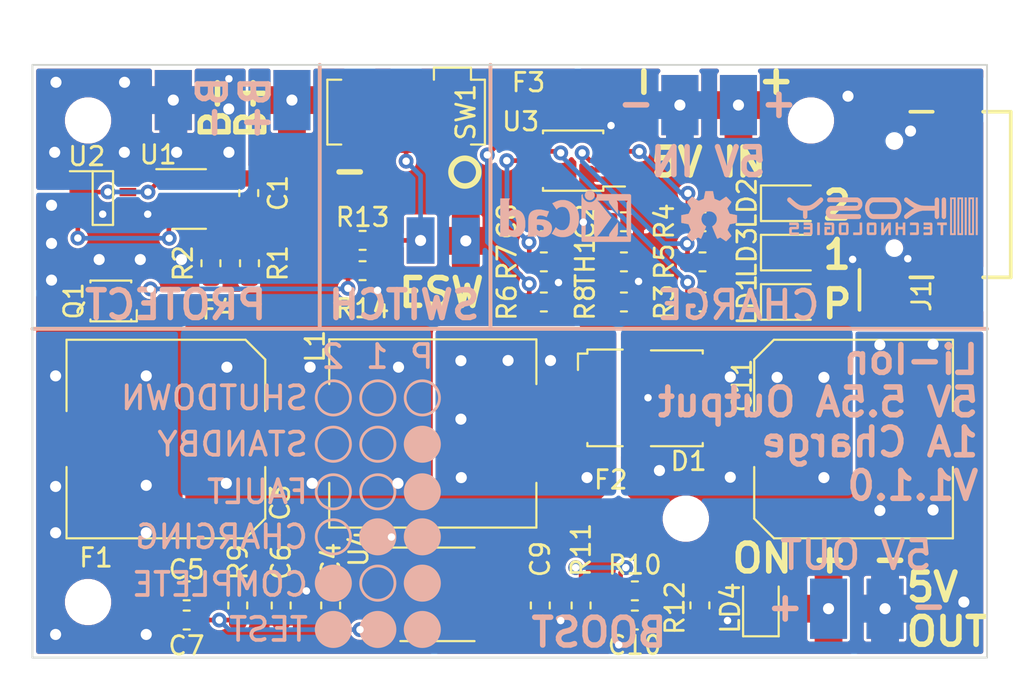
<source format=kicad_pcb>
(kicad_pcb (version 20171130) (host pcbnew "(5.1.9)-1")
  (layers (0 F.Cu signal) (31 B.Cu signal hide) (34 B.Paste user hide) (35 F.Paste user) (36 B.SilkS user hide) (37 F.SilkS user) (38 B.Mask user hide) (39 F.Mask user) (44 Edge.Cuts user))
  (net 0 "")
  (net 1 /BATT-)
  (net 2 /BATT+)
  (net 3 /VUSB)
  (net 4 GND)
  (net 5 "Net-(C5-Pad1)")
  (net 6 "Net-(LD1-Pad1)")
  (net 7 "Net-(LD2-Pad1)")
  (net 8 "Net-(LD3-Pad1)")
  (net 9 "Net-(LD4-Pad2)")
  (net 10 /BGND)
  (net 11 "Net-(Q1-Pad3)")
  (net 12 "Net-(SW1-Pad1)")
  (net 13 /Protection/PVDD)
  (net 14 "Net-(J1-PadS1)")
  (net 15 "Net-(J1-PadA7)")
  (net 16 "Net-(J1-PadA6)")
  (net 17 "Net-(J1-PadB6)")
  (net 18 "Net-(J1-PadB7)")
  (net 19 "Net-(J1-PadA8)")
  (net 20 "Net-(J1-PadA5)")
  (net 21 "Net-(J1-PadB5)")
  (net 22 "Net-(J1-PadB8)")
  (net 23 /Protection/PVM)
  (net 24 /Protection/PG1)
  (net 25 /Protection/PG2)
  (net 26 "Net-(U1-Pad4)")
  (net 27 "Net-(U2-Pad8)")
  (net 28 "Net-(U2-Pad7)")
  (net 29 "Net-(U2-Pad6)")
  (net 30 "Net-(U2-Pad5)")
  (net 31 "Net-(J1-PadS4)")
  (net 32 "Net-(J1-PadS3)")
  (net 33 "Net-(J1-PadS2)")
  (net 34 /Charge/PG)
  (net 35 /Charge/ST2)
  (net 36 /Charge/ST1)
  (net 37 /Charge/PROG)
  (net 38 /Charge/THRMIC)
  (net 39 /Charge/THRM)
  (net 40 /Boost/COMP)
  (net 41 /Boost/SS)
  (net 42 /Boost/BOOSTVOUT)
  (net 43 /Boost/SW)
  (net 44 /Boost/FB)
  (net 45 /Switch/SWOUT)
  (module Li_Ion_LE:NTS12120EMFST1G (layer F.Cu) (at 133 86)
    (fp_text reference D1 (at 2.4 3.4 180) (layer F.SilkS))
    (fp_text value "120V 12A")
    (pad 5A smd rect (at -0.405 2.5275) (size 0.905 0.495) (layers F.Cu F.Paste F.Mask) (net 42 /Boost/BOOSTVOUT))
    (pad 5D smd rect (at -0.405 -2.5275) (size 0.905 0.495) (layers F.Cu F.Paste F.Mask) (net 42 /Boost/BOOSTVOUT))
    (pad 5B smd rect (at 3.01 1.905) (size 0.475 0.75) (layers F.Cu F.Paste F.Mask) (net 42 /Boost/BOOSTVOUT))
    (pad 5C smd rect (at 3.01 -1.905) (size 0.475 0.75) (layers F.Cu F.Paste F.Mask) (net 42 /Boost/BOOSTVOUT))
    (pad 5 smd rect (at 0.745 0) (size 3.5 4) (layers F.Cu F.Paste F.Mask) (net 42 /Boost/BOOSTVOUT))
    (pad 1 smd rect (at -2.7475 -1.905) (size 1 0.75) (layers F.Cu F.Paste F.Mask) (net 43 /Boost/SW))
    (pad 2 smd rect (at -2.7475 -0.635) (size 1 0.75) (layers F.Cu F.Paste F.Mask) (net 43 /Boost/SW))
    (pad 3 smd rect (at -2.7475 0.635) (size 1 0.75) (layers F.Cu F.Paste F.Mask) (net 43 /Boost/SW))
    (pad 4 smd rect (at -2.7475 1.905) (size 1 0.75) (layers F.Cu F.Paste F.Mask))
  )
  (module Button_Switch_LE:CL-SB-22A_Edge (layer F.Cu) (at 120.16 70.55 270)
    (fp_text reference SW1 (at 0 -3.22 270) (layer F.SilkS))
    (fp_text value SW_DPST)
    (pad 4 smd rect (at 1.4 -2.5 180) (size 1.2 1.6) (layers F.Cu F.Paste F.Mask) (net 12 "Net-(SW1-Pad1)"))
    (pad 5 smd rect (at 1.4 0 180) (size 1.2 1.6) (layers F.Cu F.Paste F.Mask) (net 45 /Switch/SWOUT))
    (pad 6 smd rect (at 1.4 2.5 180) (size 1.2 1.6) (layers F.Cu F.Paste F.Mask) (net 2 /BATT+))
    (pad 1 smd rect (at -1.4 -2.5 180) (size 1.2 1.6) (layers F.Cu F.Paste F.Mask) (net 12 "Net-(SW1-Pad1)"))
    (pad 2 smd rect (at -1.4 0 180) (size 1.2 1.6) (layers F.Cu F.Paste F.Mask) (net 45 /Switch/SWOUT))
    (pad 3 smd rect (at -1.4 2.5 180) (size 1.2 1.6) (layers F.Cu F.Paste F.Mask) (net 2 /BATT+))
  )
  (module Connector_LE:GCT_USB4110-GF-A (layer F.Cu) (at 148.94 75 90)
    (fp_text reference J1 (at -5.47 -0.97 90) (layer F.SilkS))
    (fp_text value USB_C_FEMALE)
    (pad "" np_thru_hole circle (at 2.89 -2.44 90) (size 0.65 0.65) (drill 0.65) (layers *.Cu *.Mask) (clearance 0.1524))
    (pad "" np_thru_hole circle (at -2.89 -2.44 90) (size 0.65 0.65) (drill 0.65) (layers *.Cu *.Mask) (clearance 0.1524))
    (pad S4 smd rect (at 5.11 0.99 90) (size 2.18 2) (layers F.Cu F.Paste F.Mask) (net 31 "Net-(J1-PadS4)"))
    (pad S3 smd rect (at -5.11 0.99 90) (size 2.18 2) (layers F.Cu F.Paste F.Mask) (net 32 "Net-(J1-PadS3)"))
    (pad S2 smd rect (at 5.11 -2.94 90) (size 2.18 2) (layers F.Cu F.Paste F.Mask) (net 33 "Net-(J1-PadS2)"))
    (pad S1 smd rect (at -5.11 -2.94 90) (size 2.18 2) (layers F.Cu F.Paste F.Mask) (net 14 "Net-(J1-PadS1)"))
    (pad A7 smd rect (at 0.25 -3.515 90) (size 0.3 1.15) (layers F.Cu F.Paste F.Mask) (net 15 "Net-(J1-PadA7)"))
    (pad A6 smd rect (at -0.25 -3.515 90) (size 0.3 1.15) (layers F.Cu F.Paste F.Mask) (net 16 "Net-(J1-PadA6)"))
    (pad B6 smd rect (at 0.75 -3.515 90) (size 0.3 1.15) (layers F.Cu F.Paste F.Mask) (net 17 "Net-(J1-PadB6)"))
    (pad B7 smd rect (at -0.75 -3.515 90) (size 0.3 1.15) (layers F.Cu F.Paste F.Mask) (net 18 "Net-(J1-PadB7)"))
    (pad A8 smd rect (at 1.25 -3.515 90) (size 0.3 1.15) (layers F.Cu F.Paste F.Mask) (net 19 "Net-(J1-PadA8)"))
    (pad A5 smd rect (at -1.25 -3.515 90) (size 0.3 1.15) (layers F.Cu F.Paste F.Mask) (net 20 "Net-(J1-PadA5)"))
    (pad B5 smd rect (at 1.75 -3.515 90) (size 0.3 1.15) (layers F.Cu F.Paste F.Mask) (net 21 "Net-(J1-PadB5)"))
    (pad B8 smd rect (at -1.75 -3.515 90) (size 0.3 1.15) (layers F.Cu F.Paste F.Mask) (net 22 "Net-(J1-PadB8)"))
    (pad B1/A12 smd rect (at 3.2 -3.515 90) (size 0.6 1.15) (layers F.Cu F.Paste F.Mask) (net 4 GND) (clearance 0.1524))
    (pad B4/A9 smd rect (at 2.4 -3.515 90) (size 0.6 1.15) (layers F.Cu F.Paste F.Mask) (net 3 /VUSB))
    (pad A4/B9 smd rect (at -2.4 -3.515 90) (size 0.6 1.15) (layers F.Cu F.Paste F.Mask) (net 3 /VUSB))
    (pad A1/B12 smd rect (at -3.2 -3.515 90) (size 0.6 1.15) (layers F.Cu F.Paste F.Mask) (net 4 GND) (clearance 0.1524))
  )
  (module Li_Ion_LE:SOT65P280X95-8N (layer F.Cu) (at 103.8 75.19)
    (fp_text reference U2 (at -0.87 -2.25) (layer F.SilkS))
    (fp_text value ECH8695R-TL-W hide)
    (pad 8 smd rect (at 1.35 -0.975 90) (size 0.45 0.9) (layers F.Cu F.Paste F.Mask) (net 27 "Net-(U2-Pad8)"))
    (pad 7 smd rect (at 1.35 -0.325 90) (size 0.45 0.9) (layers F.Cu F.Paste F.Mask) (net 28 "Net-(U2-Pad7)"))
    (pad 6 smd rect (at 1.35 0.325 90) (size 0.45 0.9) (layers F.Cu F.Paste F.Mask) (net 29 "Net-(U2-Pad6)"))
    (pad 5 smd rect (at 1.35 0.975 90) (size 0.45 0.9) (layers F.Cu F.Paste F.Mask) (net 30 "Net-(U2-Pad5)"))
    (pad 4 smd rect (at -1.35 0.975 90) (size 0.45 0.9) (layers F.Cu F.Paste F.Mask) (net 25 /Protection/PG2))
    (pad 3 smd rect (at -1.35 0.325 90) (size 0.45 0.9) (layers F.Cu F.Paste F.Mask) (net 4 GND))
    (pad 2 smd rect (at -1.35 -0.325 90) (size 0.45 0.9) (layers F.Cu F.Paste F.Mask) (net 24 /Protection/PG1))
    (pad 1 smd rect (at -1.35 -0.975 90) (size 0.45 0.9) (layers F.Cu F.Paste F.Mask) (net 1 /BATT-))
  )
  (module Li_Ion_LE:SOT-23-6 (layer F.Cu) (at 108.46 75.24)
    (fp_text reference U1 (at -1.68 -2.39) (layer F.SilkS))
    (fp_text value AP9101CK6)
    (pad 1 smd rect (at -1.1 -0.95) (size 1.06 0.65) (layers F.Cu F.Paste F.Mask) (net 24 /Protection/PG1))
    (pad 2 smd rect (at -1.1 0) (size 1.06 0.65) (layers F.Cu F.Paste F.Mask) (net 23 /Protection/PVM))
    (pad 3 smd rect (at -1.1 0.95) (size 1.06 0.65) (layers F.Cu F.Paste F.Mask) (net 25 /Protection/PG2))
    (pad 4 smd rect (at 1.1 0.95) (size 1.06 0.65) (layers F.Cu F.Paste F.Mask) (net 26 "Net-(U1-Pad4)"))
    (pad 6 smd rect (at 1.1 -0.95) (size 1.06 0.65) (layers F.Cu F.Paste F.Mask) (net 1 /BATT-))
    (pad 5 smd rect (at 1.1 0) (size 1.06 0.65) (layers F.Cu F.Paste F.Mask) (net 13 /Protection/PVDD))
  )
  (module Frequently_Used_LE:0603_1608Metric (layer F.Cu) (at 109.63 78.71 270)
    (fp_text reference R2 (at 0.000001 1.5 90) (layer F.SilkS))
    (fp_text value 2.7k)
    (pad 1 smd roundrect (at -0.7875 0 270) (size 0.875 0.95) (layers F.Cu F.Paste F.Mask) (net 23 /Protection/PVM))
    (pad 2 smd roundrect (at 0.7875 0 270) (size 0.875 0.95) (layers F.Cu F.Paste F.Mask) (net 4 GND))
  )
  (module Frequently_Used_LE:0603_1608Metric (layer F.Cu) (at 111.71 78.709999 270)
    (fp_text reference R1 (at 0 -1.54 270) (layer F.SilkS))
    (fp_text value 330)
    (pad 1 smd roundrect (at -0.7875 0 270) (size 0.875 0.95) (layers F.Cu F.Paste F.Mask) (net 13 /Protection/PVDD))
    (pad 2 smd roundrect (at 0.7875 0 270) (size 0.875 0.95) (layers F.Cu F.Paste F.Mask) (net 2 /BATT+) (thermal_gap 0.1))
  )
  (module Frequently_Used_LE:0603_1608Metric (layer F.Cu) (at 111.67 74.92 90)
    (fp_text reference C1 (at -0.000001 1.58 90) (layer F.SilkS))
    (fp_text value 0.1uF)
    (pad 1 smd roundrect (at -0.7875 0 90) (size 0.875 0.95) (layers F.Cu F.Paste F.Mask) (net 13 /Protection/PVDD))
    (pad 2 smd roundrect (at 0.7875 0 90) (size 0.875 0.95) (layers F.Cu F.Paste F.Mask) (net 1 /BATT-))
  )
  (module Logo_LE:Ikosy-Logo_Type1_10.3x2mm_SilkScreen (layer B.Cu) (at 145.86 76.17 180)
    (fp_text reference LG1 hide)
    (fp_text value Logo hide)
  )
  (module Frequently_Used_LE:0603_1608Metric (layer F.Cu) (at 136.15 76.47)
    (fp_text reference R4 (at -2.06 -0.019999 90) (layer F.SilkS))
    (fp_text value 1k)
    (pad 1 smd roundrect (at -0.7875 0) (size 0.875 0.95) (layers F.Cu F.Paste F.Mask) (net 35 /Charge/ST2))
    (pad 2 smd roundrect (at 0.7875 0) (size 0.875 0.95) (layers F.Cu F.Paste F.Mask) (net 7 "Net-(LD2-Pad1)"))
  )
  (module Logo_LE:KiCad-Logo3_3mm_SilkScreen (layer B.Cu) (at 128.77 76.14 180)
    (fp_text reference LG3 hide)
    (fp_text value Logo hide)
  )
  (module MountingHole:MountingHole_2.2mm_M2 (layer F.Cu) (at 103 71)
    (fp_text reference H4)
    (fp_text value MountingHole)
    (pad 1 np_thru_hole circle (at 0 0) (size 2.2 2.2) (drill 2.2) (layers *.Cu *.Mask))
  )
  (module Logo_LE:OSHW-Symbol_3mm_Silkscreen (layer B.Cu) (at 136.511603 76.16898 180)
    (fp_text reference LG2 hide)
    (fp_text value Logo hide)
  )
  (module Li_Ion_LE:L_MGV1004 (layer F.Cu) (at 121.6 87.9)
    (fp_text reference L1 (at -6.35 -4.71 90) (layer F.SilkS))
    (fp_text value 6.8uH)
    (pad 2 smd roundrect (at 4.75 0) (size 3.5 4) (layers F.Cu F.Paste F.Mask) (roundrect_rratio 0.078) (net 43 /Boost/SW))
    (pad 1 smd roundrect (at -4.75 0) (size 3.5 4) (layers F.Cu F.Paste F.Mask) (roundrect_rratio 0.078) (net 2 /BATT+))
  )
  (module MountingHole:MountingHole_2.2mm_M2 (layer F.Cu) (at 142 71)
    (fp_text reference H3)
    (fp_text value MountingHole)
    (pad 1 np_thru_hole circle (at 0 0) (size 2.2 2.2) (drill 2.2) (layers *.Cu *.Mask))
  )
  (module MountingHole:MountingHole_2.2mm_M2 (layer F.Cu) (at 135.25 92.5)
    (fp_text reference H2)
    (fp_text value MountingHole)
    (pad 1 np_thru_hole circle (at 0 0) (size 2.2 2.2) (drill 2.2) (layers *.Cu *.Mask))
  )
  (module MountingHole:MountingHole_2.2mm_M2 (layer F.Cu) (at 103 97)
    (fp_text reference H1)
    (fp_text value MountingHole)
    (pad 1 np_thru_hole circle (at 0 0) (size 2.2 2.2) (drill 2.2) (layers *.Cu *.Mask))
  )
  (module Li_Ion_LE:Pad_1.5-2.5_w_TH (layer F.Cu) (at 120.94 77.48)
    (fp_text reference W4)
    (fp_text value 1.5x2.5)
    (pad 1 thru_hole rect (at 0 0) (size 1.5 2.5) (drill 0.6) (layers *.Cu *.Mask) (net 45 /Switch/SWOUT))
  )
  (module Li_Ion_LE:Pad_1.5-2.5_w_TH (layer F.Cu) (at 123.38 77.5 180)
    (fp_text reference W3)
    (fp_text value 1.5x2.5)
    (pad 1 thru_hole rect (at 0 0 180) (size 1.5 2.5) (drill 0.6) (layers *.Cu *.Mask) (net 2 /BATT+))
  )
  (module Li_Ion_LE:BUK6D3040EX (layer F.Cu) (at 104.23 80.745 180)
    (fp_text reference Q1 (at 2 0 270) (layer F.SilkS))
    (fp_text value BUK6D30-40E hide)
    (pad 8 smd rect (at 0 0.775 270) (size 0.35 0.66) (layers F.Cu F.Paste F.Mask) (net 4 GND))
    (pad 7 smd rect (at 0 -0.285 180) (size 1.1 1.25) (layers F.Cu F.Paste F.Mask) (net 10 /BGND))
    (pad 6 smd rect (at 0.935 -0.65 270) (size 0.35 0.43) (layers F.Cu F.Paste F.Mask) (net 10 /BGND))
    (pad 5 smd rect (at 0.935 0 270) (size 0.35 0.43) (layers F.Cu F.Paste F.Mask) (net 10 /BGND))
    (pad 4 smd rect (at 0.935 0.65 270) (size 0.35 0.43) (layers F.Cu F.Paste F.Mask) (net 4 GND))
    (pad 3 smd rect (at -0.935 0.65 270) (size 0.35 0.43) (layers F.Cu F.Paste F.Mask) (net 11 "Net-(Q1-Pad3)"))
    (pad 2 smd rect (at -0.935 0 270) (size 0.35 0.43) (layers F.Cu F.Paste F.Mask) (net 10 /BGND))
    (pad 1 smd rect (at -0.935 -0.65 270) (size 0.35 0.43) (layers F.Cu F.Paste F.Mask) (net 10 /BGND))
  )
  (module Li_Ion_LE:CP_Elec_10x10.5 (layer F.Cu) (at 144.3 88.2)
    (fp_text reference C11 (at -6.01 -2.89 90) (layer F.SilkS))
    (fp_text value 470uF)
    (pad 1 smd roundrect (at -4.2 0) (size 4.4 2.5) (layers F.Cu F.Paste F.Mask) (roundrect_rratio 0.1) (net 42 /Boost/BOOSTVOUT))
    (pad 2 smd roundrect (at 4.2 0) (size 4.4 2.5) (layers F.Cu F.Paste F.Mask) (roundrect_rratio 0.1) (net 10 /BGND))
  )
  (module Li_Ion_LE:CP_Elec_10x10.5 (layer F.Cu) (at 107.2 88.2 180)
    (fp_text reference C3 (at -6.17 -3.44 90) (layer F.SilkS))
    (fp_text value 470uF)
    (pad 1 smd roundrect (at -4.2 0 180) (size 4.4 2.5) (layers F.Cu F.Paste F.Mask) (roundrect_rratio 0.1) (net 2 /BATT+))
    (pad 2 smd roundrect (at 4.2 0 180) (size 4.4 2.5) (layers F.Cu F.Paste F.Mask) (roundrect_rratio 0.1) (net 10 /BGND))
  )
  (module Frequently_Used_LE:0603_1608Metric (layer F.Cu) (at 117.81 79.11 180)
    (fp_text reference R14 (at 0 -2.044) (layer F.SilkS))
    (fp_text value 10k)
    (pad 2 smd roundrect (at 0.7875 0 180) (size 0.875 0.95) (layers F.Cu F.Paste F.Mask) (net 11 "Net-(Q1-Pad3)"))
    (pad 1 smd roundrect (at -0.7875 0 180) (size 0.875 0.95) (layers F.Cu F.Paste F.Mask) (net 4 GND))
  )
  (module Frequently_Used_LE:0603_1608Metric (layer F.Cu) (at 117.812 77.476)
    (fp_text reference R13 (at 0 -1.25) (layer F.SilkS))
    (fp_text value 330)
    (pad 2 smd roundrect (at 0.7875 0) (size 0.875 0.95) (layers F.Cu F.Paste F.Mask) (net 45 /Switch/SWOUT))
    (pad 1 smd roundrect (at -0.7875 0) (size 0.875 0.95) (layers F.Cu F.Paste F.Mask) (net 11 "Net-(Q1-Pad3)"))
  )
  (module Frequently_Used_LE:0603_1608Metric (layer F.Cu) (at 131.91 78.635)
    (fp_text reference TH1 (at -2.09 0.020001 90) (layer F.SilkS))
    (fp_text value 10k)
    (pad 1 smd roundrect (at -0.7875 0) (size 0.875 0.95) (layers F.Cu F.Paste F.Mask) (net 39 /Charge/THRM))
    (pad 2 smd roundrect (at 0.7875 0) (size 0.875 0.95) (layers F.Cu F.Paste F.Mask) (net 4 GND))
  )
  (module Frequently_Used_LE:0603_1608Metric (layer F.Cu) (at 136.01 97.18 90)
    (fp_text reference R12 (at -0.135 -1.35 90) (layer F.SilkS))
    (fp_text value 1k)
    (pad 1 smd roundrect (at -0.7875 0 90) (size 0.875 0.95) (layers F.Cu F.Paste F.Mask) (net 42 /Boost/BOOSTVOUT))
    (pad 2 smd roundrect (at 0.7875 0 90) (size 0.875 0.95) (layers F.Cu F.Paste F.Mask) (net 9 "Net-(LD4-Pad2)"))
  )
  (module Frequently_Used_LE:0603_1608Metric (layer F.Cu) (at 129.6 97.184 270)
    (fp_text reference R11 (at -3 0 90) (layer F.SilkS))
    (fp_text value 10k)
    (pad 1 smd roundrect (at -0.7875 0 270) (size 0.875 0.95) (layers F.Cu F.Paste F.Mask) (net 44 /Boost/FB))
    (pad 2 smd roundrect (at 0.7875 0 270) (size 0.875 0.95) (layers F.Cu F.Paste F.Mask) (net 10 /BGND))
  )
  (module Frequently_Used_LE:0603_1608Metric (layer F.Cu) (at 132.5 96.3965 180)
    (fp_text reference R10 (at 0 1.4) (layer F.SilkS))
    (fp_text value 30k)
    (pad 1 smd roundrect (at -0.7875 0 180) (size 0.875 0.95) (layers F.Cu F.Paste F.Mask) (net 42 /Boost/BOOSTVOUT))
    (pad 2 smd roundrect (at 0.7875 0 180) (size 0.875 0.95) (layers F.Cu F.Paste F.Mask) (net 44 /Boost/FB))
  )
  (module Frequently_Used_LE:0603_1608Metric (layer F.Cu) (at 111.078 97.184 90)
    (fp_text reference R9 (at 2.334 0.012 90) (layer F.SilkS))
    (fp_text value 51k)
    (pad 1 smd roundrect (at -0.7875 0 90) (size 0.875 0.95) (layers F.Cu F.Paste F.Mask) (net 40 /Boost/COMP))
    (pad 2 smd roundrect (at 0.7875 0 90) (size 0.875 0.95) (layers F.Cu F.Paste F.Mask) (net 5 "Net-(C5-Pad1)"))
  )
  (module Frequently_Used_LE:0603_1608Metric (layer F.Cu) (at 131.91 80.8)
    (fp_text reference R8 (at -2.09 0.030001 90) (layer F.SilkS))
    (fp_text value 69.8k)
    (pad 1 smd roundrect (at -0.7875 0) (size 0.875 0.95) (layers F.Cu F.Paste F.Mask) (net 39 /Charge/THRM))
    (pad 2 smd roundrect (at 0.7875 0) (size 0.875 0.95) (layers F.Cu F.Paste F.Mask) (net 4 GND))
  )
  (module Frequently_Used_LE:0603_1608Metric (layer F.Cu) (at 127.59 78.635 180)
    (fp_text reference R7 (at 1.99 -0.020001 90) (layer F.SilkS))
    (fp_text value 1.54k)
    (pad 2 smd roundrect (at 0.7875 0 180) (size 0.875 0.95) (layers F.Cu F.Paste F.Mask) (net 38 /Charge/THRMIC))
    (pad 1 smd roundrect (at -0.7875 0 180) (size 0.875 0.95) (layers F.Cu F.Paste F.Mask) (net 39 /Charge/THRM))
  )
  (module Frequently_Used_LE:0603_1608Metric (layer F.Cu) (at 127.59 80.8)
    (fp_text reference R6 (at -1.99 0.030001 90) (layer F.SilkS))
    (fp_text value 1k)
    (pad 2 smd roundrect (at 0.7875 0) (size 0.875 0.95) (layers F.Cu F.Paste F.Mask) (net 4 GND))
    (pad 1 smd roundrect (at -0.7875 0) (size 0.875 0.95) (layers F.Cu F.Paste F.Mask) (net 37 /Charge/PROG))
  )
  (module Frequently_Used_LE:0603_1608Metric (layer F.Cu) (at 136.15 78.635)
    (fp_text reference R5 (at -2.06 -0.01 90) (layer F.SilkS))
    (fp_text value 1k)
    (pad 1 smd roundrect (at -0.7875 0) (size 0.875 0.95) (layers F.Cu F.Paste F.Mask) (net 36 /Charge/ST1))
    (pad 2 smd roundrect (at 0.7875 0) (size 0.875 0.95) (layers F.Cu F.Paste F.Mask) (net 8 "Net-(LD3-Pad1)"))
  )
  (module Frequently_Used_LE:0603_1608Metric (layer F.Cu) (at 136.15 80.8)
    (fp_text reference R3 (at -2.06 0.010001 90) (layer F.SilkS))
    (fp_text value 1k)
    (pad 1 smd roundrect (at -0.7875 0) (size 0.875 0.95) (layers F.Cu F.Paste F.Mask) (net 34 /Charge/PG))
    (pad 2 smd roundrect (at 0.7875 0) (size 0.875 0.95) (layers F.Cu F.Paste F.Mask) (net 6 "Net-(LD1-Pad1)"))
  )
  (module Frequently_Used_LE:LED_0805_2012Metric (layer F.Cu) (at 139.3 97.164 90)
    (fp_text reference LD4 (at -0.155001 -1.65 270) (layer F.SilkS))
    (fp_text value RED)
    (pad 1 smd roundrect (at -0.9375 0 90) (size 0.975 1.4) (layers F.Cu F.Paste F.Mask) (net 10 /BGND))
    (pad 2 smd roundrect (at 0.9375 0 90) (size 0.975 1.4) (layers F.Cu F.Paste F.Mask) (net 9 "Net-(LD4-Pad2)"))
  )
  (module Frequently_Used_LE:LED_0805_2012Metric (layer F.Cu) (at 140.99 78.135)
    (fp_text reference LD3 (at -2.44 0.000001 90) (layer F.SilkS))
    (fp_text value RED)
    (pad 1 smd roundrect (at -0.9375 0) (size 0.975 1.4) (layers F.Cu F.Paste F.Mask) (net 8 "Net-(LD3-Pad1)"))
    (pad 2 smd roundrect (at 0.9375 0) (size 0.975 1.4) (layers F.Cu F.Paste F.Mask) (net 3 /VUSB))
  )
  (module Frequently_Used_LE:LED_0805_2012Metric (layer F.Cu) (at 140.99 75.47)
    (fp_text reference LD2 (at -2.44 0.000001 90) (layer F.SilkS))
    (fp_text value GREEN)
    (pad 1 smd roundrect (at -0.9375 0) (size 0.975 1.4) (layers F.Cu F.Paste F.Mask) (net 7 "Net-(LD2-Pad1)"))
    (pad 2 smd roundrect (at 0.9375 0) (size 0.975 1.4) (layers F.Cu F.Paste F.Mask) (net 3 /VUSB))
  )
  (module Frequently_Used_LE:LED_0805_2012Metric (layer F.Cu) (at 140.99 80.8)
    (fp_text reference LD1 (at -2.44 -0.13 90) (layer F.SilkS))
    (fp_text value GREEN)
    (pad 1 smd roundrect (at -0.9375 0) (size 0.975 1.4) (layers F.Cu F.Paste F.Mask) (net 6 "Net-(LD1-Pad1)"))
    (pad 2 smd roundrect (at 0.9375 0) (size 0.975 1.4) (layers F.Cu F.Paste F.Mask) (net 3 /VUSB))
  )
  (module Fiducial_LE:Fiducial_1mm_Mask2mm (layer F.Cu) (at 107.94 81.11)
    (fp_text reference F4 (at 2.09 0.12) (layer F.SilkS))
    (fp_text value Fiducial)
    (pad "" smd circle (at 0 0) (size 1 1) (layers F.Cu F.Mask) (clearance 0.5))
  )
  (module Frequently_Used_LE:0603_1608Metric (layer F.Cu) (at 132.5 97.9715 180)
    (fp_text reference C10 (at 0.01 -1.3685) (layer F.SilkS))
    (fp_text value 10uF)
    (pad 1 smd roundrect (at -0.7875 0 180) (size 0.875 0.95) (layers F.Cu F.Paste F.Mask) (net 42 /Boost/BOOSTVOUT))
    (pad 2 smd roundrect (at 0.7875 0 180) (size 0.875 0.95) (layers F.Cu F.Paste F.Mask) (net 10 /BGND))
  )
  (module Frequently_Used_LE:0603_1608Metric (layer F.Cu) (at 127.4 97.184 270)
    (fp_text reference C9 (at -2.5 0 90) (layer F.SilkS))
    (fp_text value 10nF)
    (pad 1 smd roundrect (at -0.7875 0 270) (size 0.875 0.95) (layers F.Cu F.Paste F.Mask) (net 41 /Boost/SS))
    (pad 2 smd roundrect (at 0.7875 0 270) (size 0.875 0.95) (layers F.Cu F.Paste F.Mask) (net 10 /BGND))
  )
  (module Frequently_Used_LE:0603_1608Metric (layer F.Cu) (at 127.59 76.47)
    (fp_text reference C8 (at -1.99 -0.019999 90) (layer F.SilkS))
    (fp_text value 22uF)
    (pad 2 smd roundrect (at 0.7875 0) (size 0.875 0.95) (layers F.Cu F.Paste F.Mask) (net 4 GND))
    (pad 1 smd roundrect (at -0.7875 0) (size 0.875 0.95) (layers F.Cu F.Paste F.Mask) (net 2 /BATT+))
  )
  (module Frequently_Used_LE:0603_1608Metric (layer F.Cu) (at 108.322 97.9715 180)
    (fp_text reference C7 (at 0.012 -1.3885) (layer F.SilkS))
    (fp_text value 47pF)
    (pad 1 smd roundrect (at -0.7875 0 180) (size 0.875 0.95) (layers F.Cu F.Paste F.Mask) (net 40 /Boost/COMP))
    (pad 2 smd roundrect (at 0.7875 0 180) (size 0.875 0.95) (layers F.Cu F.Paste F.Mask) (net 10 /BGND))
  )
  (module Frequently_Used_LE:0603_1608Metric (layer F.Cu) (at 113.42 97.184 90)
    (fp_text reference C6 (at 2.344 -0.01 90) (layer F.SilkS))
    (fp_text value 1uF)
    (pad 1 smd roundrect (at -0.7875 0 90) (size 0.875 0.95) (layers F.Cu F.Paste F.Mask) (net 2 /BATT+))
    (pad 2 smd roundrect (at 0.7875 0 90) (size 0.875 0.95) (layers F.Cu F.Paste F.Mask) (net 10 /BGND))
  )
  (module Frequently_Used_LE:0603_1608Metric (layer F.Cu) (at 108.322 96.3965 180)
    (fp_text reference C5 (at 0 1.15) (layer F.SilkS))
    (fp_text value 2.2nF)
    (pad 1 smd roundrect (at -0.7875 0 180) (size 0.875 0.95) (layers F.Cu F.Paste F.Mask) (net 5 "Net-(C5-Pad1)"))
    (pad 2 smd roundrect (at 0.7875 0 180) (size 0.875 0.95) (layers F.Cu F.Paste F.Mask) (net 10 /BGND))
  )
  (module Frequently_Used_LE:0603_1608Metric (layer F.Cu) (at 116.09 97.184 90)
    (fp_text reference C4 (at 2.414 0.015 90) (layer F.SilkS))
    (fp_text value 10uF)
    (pad 1 smd roundrect (at -0.7875 0 90) (size 0.875 0.95) (layers F.Cu F.Paste F.Mask) (net 2 /BATT+))
    (pad 2 smd roundrect (at 0.7875 0 90) (size 0.875 0.95) (layers F.Cu F.Paste F.Mask) (net 10 /BGND))
  )
  (module Frequently_Used_LE:0603_1608Metric (layer F.Cu) (at 131.91 76.47 180)
    (fp_text reference C2 (at 2.09 0 90) (layer F.SilkS))
    (fp_text value 22uF)
    (pad 1 smd roundrect (at -0.7875 0 180) (size 0.875 0.95) (layers F.Cu F.Paste F.Mask) (net 3 /VUSB))
    (pad 2 smd roundrect (at 0.7875 0 180) (size 0.875 0.95) (layers F.Cu F.Paste F.Mask) (net 4 GND))
  )
  (module Li_Ion_LE:Pad_2.0-3.25_w_TH (layer F.Cu) (at 146 97.359 180)
    (fp_text reference W8)
    (fp_text value 2.0x3.25)
    (pad 1 thru_hole rect (at 0 0 180) (size 2 3.25) (drill 0.6) (layers *.Cu *.Mask) (net 10 /BGND))
  )
  (module Li_Ion_LE:Pad_2.0-3.25_w_TH (layer F.Cu) (at 142.95 97.359 180)
    (fp_text reference W7)
    (fp_text value 2.0x3.25)
    (pad 1 thru_hole rect (at 0 0 180) (size 2 3.25) (drill 0.6) (layers *.Cu *.Mask) (net 42 /Boost/BOOSTVOUT))
  )
  (module Li_Ion_LE:Pad_2.0-3.25_w_TH (layer F.Cu) (at 107.6 69.9 180)
    (fp_text reference W6)
    (fp_text value 2.0x3.25)
    (pad 1 thru_hole rect (at 0 0 180) (size 2 3.25) (drill 0.6) (layers *.Cu *.Mask) (net 1 /BATT-))
  )
  (module Li_Ion_LE:Pad_2.0-3.25_w_TH (layer F.Cu) (at 114 69.9)
    (fp_text reference W5)
    (fp_text value 2.0x3.25)
    (pad 1 thru_hole rect (at 0 0) (size 2 3.25) (drill 0.6) (layers *.Cu *.Mask) (net 2 /BATT+))
  )
  (module Li_Ion_LE:Pad_2.0-3.25_w_TH (layer F.Cu) (at 134.93 70.17)
    (fp_text reference W2)
    (fp_text value 2.0x3.25)
    (pad 1 thru_hole rect (at 0 0) (size 2 3.25) (drill 0.6) (layers *.Cu *.Mask) (net 4 GND))
  )
  (module Li_Ion_LE:Pad_2.0-3.25_w_TH (layer F.Cu) (at 138.09 70.17 180)
    (fp_text reference W1)
    (fp_text value 2.0x3.25)
    (pad 1 thru_hole rect (at 0 0 180) (size 2 3.25) (drill 0.6) (layers *.Cu *.Mask) (net 3 /VUSB))
  )
  (module Fiducial_LE:Fiducial_1mm_Mask2mm (layer F.Cu) (at 128.58 69.69)
    (fp_text reference F3 (at -1.82 -0.74) (layer F.SilkS))
    (fp_text value Fiducial)
    (pad "" smd circle (at 0 0) (size 1 1) (layers F.Cu F.Mask) (clearance 0.5))
  )
  (module Fiducial_LE:Fiducial_1mm_Mask2mm (layer F.Cu) (at 131.48 92.03)
    (fp_text reference F2 (at -0.28 -1.63) (layer F.SilkS))
    (fp_text value Fiducial)
    (pad "" smd circle (at 0 0) (size 1 1) (layers F.Cu F.Mask) (clearance 0.5))
  )
  (module Fiducial_LE:Fiducial_1mm_Mask2mm (layer F.Cu) (at 105.58 95.06)
    (fp_text reference F1 (at -2.15 -0.45) (layer F.SilkS))
    (fp_text value Fiducial)
    (pad "" smd circle (at 0 0) (size 1 1) (layers F.Cu F.Mask) (clearance 0.5))
  )
  (module Li_Ion_LE:PAM2423AECADJR (layer F.Cu) (at 121.85 96.584)
    (fp_text reference U4 (at -4.25 -2.484 270) (layer F.SilkS))
    (fp_text value PAM2423AECADJR)
    (pad 9 smd rect (at 0 0) (size 2.28 3.3) (layers F.Cu F.Paste F.Mask) (net 10 /BGND))
    (pad 8 smd rect (at 2.475 -1.905) (size 1.97 0.6) (layers F.Cu F.Paste F.Mask) (net 43 /Boost/SW))
    (pad 7 smd rect (at 2.475 -0.635) (size 1.97 0.6) (layers F.Cu F.Paste F.Mask) (net 41 /Boost/SS))
    (pad 6 smd rect (at 2.475 0.635) (size 1.97 0.6) (layers F.Cu F.Paste F.Mask) (net 44 /Boost/FB))
    (pad 5 smd rect (at 2.475 1.905) (size 1.97 0.6) (layers F.Cu F.Paste F.Mask) (net 10 /BGND))
    (pad 4 smd rect (at -2.475 1.905) (size 1.97 0.6) (layers F.Cu F.Paste F.Mask) (net 40 /Boost/COMP))
    (pad 3 smd rect (at -2.475 0.635) (size 1.97 0.6) (layers F.Cu F.Paste F.Mask) (net 2 /BATT+))
    (pad 2 smd rect (at -2.475 -0.635) (size 1.97 0.6) (layers F.Cu F.Paste F.Mask) (net 2 /BATT+))
    (pad 1 smd rect (at -2.475 -1.905) (size 1.97 0.6) (layers F.Cu F.Paste F.Mask) (net 10 /BGND))
  )
  (module Li_Ion_LE:MCP73833 (layer F.Cu) (at 129.1707 73.17 180)
    (fp_text reference U3 (at 2.8307 2.11 180) (layer F.SilkS))
    (fp_text value MCP73833T)
    (pad 10 smd rect (at 2.0447 -1.000001 180) (size 1.524 0.2794) (layers F.Cu F.Paste F.Mask) (net 2 /BATT+))
    (pad 9 smd rect (at 2.0447 -0.499999 180) (size 1.524 0.2794) (layers F.Cu F.Paste F.Mask) (net 2 /BATT+))
    (pad 8 smd rect (at 2.0447 0 180) (size 1.524 0.2794) (layers F.Cu F.Paste F.Mask) (net 38 /Charge/THRMIC))
    (pad 7 smd rect (at 2.0447 0.499999 180) (size 1.524 0.2794) (layers F.Cu F.Paste F.Mask) (net 34 /Charge/PG))
    (pad 6 smd rect (at 2.0447 1.000001 180) (size 1.524 0.2794) (layers F.Cu F.Paste F.Mask) (net 37 /Charge/PROG))
    (pad 5 smd rect (at -2.0447 1.000001 180) (size 1.524 0.2794) (layers F.Cu F.Paste F.Mask) (net 4 GND))
    (pad 4 smd rect (at -2.0447 0.499999 180) (size 1.524 0.2794) (layers F.Cu F.Paste F.Mask) (net 35 /Charge/ST2))
    (pad 3 smd rect (at -2.0447 0 180) (size 1.524 0.2794) (layers F.Cu F.Paste F.Mask) (net 36 /Charge/ST1))
    (pad 2 smd rect (at -2.0447 -0.499999 180) (size 1.524 0.2794) (layers F.Cu F.Paste F.Mask) (net 3 /VUSB))
    (pad 1 smd rect (at -2.0447 -1.000001 180) (size 1.524 0.2794) (layers F.Cu F.Paste F.Mask) (net 3 /VUSB))
  )
  (gr_text "1A Charge" (at 151.19 88.37) (layer B.SilkS) (effects (font (size 1.5 1.5) (thickness 0.3)) (justify left mirror)))
  (gr_text "5V 5.5A Output" (at 151.19 86.21) (layer B.SilkS) (effects (font (size 1.5 1.5) (thickness 0.3)) (justify left mirror)))
  (gr_text + (at 141.74 97.239) (layer B.SilkS) (effects (font (size 1.5 1.5) (thickness 0.3)) (justify left mirror)))
  (gr_text - (at 133.69 70.05) (layer B.SilkS) (effects (font (size 1.5 1.5) (thickness 0.3)) (justify left mirror)))
  (gr_circle (center 123.33 73.79) (end 124.08 73.79) (layer F.SilkS) (width 0.3))
  (gr_text - (at 115.99 73.67) (layer F.SilkS) (effects (font (size 1.5 1.5) (thickness 0.3)) (justify left)))
  (gr_text ESW (at 119.62 80.3) (layer F.SilkS) (effects (font (size 1.5 1.5) (thickness 0.3)) (justify left)))
  (gr_text OUT (at 147 98.6) (layer F.SilkS) (effects (font (size 1.5 1.5) (thickness 0.3)) (justify left)))
  (gr_text B+ (at 111.8 72.164 90) (layer F.SilkS) (effects (font (size 1.5 1.5) (thickness 0.3)) (justify left)))
  (gr_text B- (at 109.874 72.164 90) (layer F.SilkS) (effects (font (size 1.5 1.5) (thickness 0.3)) (justify left)))
  (gr_text - (at 132.88 70.03 90) (layer F.SilkS) (effects (font (size 1.5 1.5) (thickness 0.3)) (justify left)))
  (gr_text + (at 140.02 70.03 90) (layer F.SilkS) (effects (font (size 1.5 1.5) (thickness 0.3)) (justify left)))
  (gr_text - (at 145.141429 94.64) (layer F.SilkS) (effects (font (size 1.5 1.5) (thickness 0.3)) (justify left)))
  (gr_text + (at 141.891429 94.64) (layer F.SilkS) (effects (font (size 1.5 1.5) (thickness 0.3)) (justify left)))
  (gr_text B- (at 109.72 70.35 90) (layer B.SilkS) (effects (font (size 1.5 1.5) (thickness 0.3)) (justify mirror)))
  (gr_text + (at 141.4 70.05) (layer B.SilkS) (effects (font (size 1.5 1.5) (thickness 0.3)) (justify left mirror)))
  (gr_text - (at 149.48 97.17) (layer B.SilkS) (effects (font (size 1.5 1.5) (thickness 0.3)) (justify left mirror)))
  (gr_text "5V IN" (at 139.731429 73.24) (layer B.SilkS) (effects (font (size 1.5 1.5) (thickness 0.3)) (justify left mirror)))
  (gr_circle (center 121.03381 91.05) (end 121.53381 91.05) (layer B.SilkS) (width 1))
  (gr_circle (center 116.23381 91.05) (end 117.15881 91.05) (layer B.SilkS) (width 0.15))
  (gr_circle (center 118.63381 91.05) (end 119.55881 91.05) (layer B.SilkS) (width 0.15))
  (gr_text FAULT (at 114.98 91.05) (layer B.SilkS) (effects (font (size 1.25 1.25) (thickness 0.2)) (justify left mirror)))
  (gr_text B+ (at 112.03 70.35 90) (layer B.SilkS) (effects (font (size 1.5 1.5) (thickness 0.3)) (justify mirror)))
  (gr_text "5V OUT" (at 148.671429 94.47) (layer B.SilkS) (effects (font (size 1.5 1.5) (thickness 0.25)) (justify left mirror)))
  (gr_text Li-Ion (at 151.19 83.92) (layer B.SilkS) (effects (font (size 1.5 1.5) (thickness 0.3)) (justify left mirror)))
  (gr_text V1.1.0 (at 151.19 90.72) (layer B.SilkS) (effects (font (size 1.5 1.5) (thickness 0.3)) (justify left mirror)))
  (gr_text CHARGE (at 142.612143 80.9725) (layer B.SilkS) (effects (font (size 1.5 1.5) (thickness 0.25)) (justify left mirror)))
  (gr_text SWITCH (at 124.290714 80.96) (layer B.SilkS) (effects (font (size 1.5 1.5) (thickness 0.3)) (justify left mirror)))
  (gr_text PROTECT (at 107.725 80.96) (layer B.SilkS) (effects (font (size 1.5 1.5) (thickness 0.3)) (justify mirror)))
  (gr_text BOOST (at 134.37 98.64) (layer B.SilkS) (effects (font (size 1.5 1.5) (thickness 0.3)) (justify left mirror)))
  (gr_line (start 115.5 82.24) (end 115.5 67.99) (layer B.SilkS) (width 0.2))
  (gr_line (start 124.71 82.24) (end 124.71 67.99) (layer B.SilkS) (width 0.2))
  (gr_line (start 151.5 82.25) (end 100 82.25) (layer B.SilkS) (width 0.2))
  (gr_line (start 115.5 82.19) (end 115.5 68) (layer F.SilkS) (width 0.2))
  (gr_line (start 124.71 82.24) (end 124.71 67.99) (layer F.SilkS) (width 0.2))
  (gr_line (start 100 82.25) (end 151.5 82.25) (layer F.SilkS) (width 0.2))
  (gr_text "5V IN" (at 133.21442 73.26) (layer F.SilkS) (effects (font (size 1.5 1.5) (thickness 0.3)) (justify left)))
  (gr_line (start 151.5 68) (end 151.5 100) (layer Edge.Cuts) (width 0.1))
  (gr_line (start 100 68) (end 151.5 68) (layer Edge.Cuts) (width 0.1))
  (gr_line (start 100 100) (end 100 68) (layer Edge.Cuts) (width 0.1))
  (gr_line (start 151.5 100) (end 100 100) (layer Edge.Cuts) (width 0.1))
  (gr_text ON (at 137.598572 94.64) (layer F.SilkS) (effects (font (size 1.5 1.5) (thickness 0.3)) (justify left)))
  (gr_text 5V (at 147 96.2) (layer F.SilkS) (effects (font (size 1.5 1.5) (thickness 0.3)) (justify left)))
  (gr_text P (at 143.41 80.91) (layer F.SilkS) (effects (font (size 1.5 1.5) (thickness 0.3))))
  (gr_text 1 (at 143.41 78.245) (layer F.SilkS) (effects (font (size 1.5 1.5) (thickness 0.3))))
  (gr_text 2 (at 143.41 75.58) (layer F.SilkS) (effects (font (size 1.5 1.5) (thickness 0.3))))
  (gr_circle (center 121.03381 85.98) (end 121.95881 85.98) (layer B.SilkS) (width 0.15))
  (gr_text SHUTDOWN (at 114.98 85.98) (layer B.SilkS) (effects (font (size 1.25 1.25) (thickness 0.2)) (justify left mirror)))
  (gr_circle (center 116.23381 85.98) (end 117.15881 85.98) (layer B.SilkS) (width 0.15))
  (gr_circle (center 118.63381 85.98) (end 119.55881 85.98) (layer B.SilkS) (width 0.15))
  (gr_circle (center 121.03381 93.48) (end 121.53381 93.48) (layer B.SilkS) (width 1))
  (gr_circle (center 116.23381 88.48) (end 117.15881 88.48) (layer B.SilkS) (width 0.15))
  (gr_text STANDBY (at 114.98 88.48) (layer B.SilkS) (effects (font (size 1.25 1.25) (thickness 0.2)) (justify left mirror)))
  (gr_circle (center 121.03381 88.48) (end 121.53381 88.48) (layer B.SilkS) (width 1))
  (gr_circle (center 118.63381 88.48) (end 119.55881 88.48) (layer B.SilkS) (width 0.15))
  (gr_text CHARGING (at 114.98 93.48) (layer B.SilkS) (effects (font (size 1.25 1.25) (thickness 0.2)) (justify left mirror)))
  (gr_circle (center 118.63381 93.48) (end 119.13381 93.48) (layer B.SilkS) (width 1))
  (gr_circle (center 116.23381 93.48) (end 117.15881 93.48) (layer B.SilkS) (width 0.15))
  (gr_text COMPLETE (at 114.98 96.05) (layer B.SilkS) (effects (font (size 1.25 1.25) (thickness 0.2)) (justify left mirror)))
  (gr_circle (center 118.63381 95.98) (end 119.55881 95.98) (layer B.SilkS) (width 0.15))
  (gr_circle (center 116.23381 95.98) (end 116.73381 95.98) (layer B.SilkS) (width 1))
  (gr_circle (center 121.03381 95.98) (end 121.53381 95.98) (layer B.SilkS) (width 1))
  (gr_text P (at 121.75881 83.75) (layer B.SilkS) (effects (font (size 1.25 1.25) (thickness 0.2)) (justify left mirror)))
  (gr_text 2 (at 116.929048 83.75) (layer B.SilkS) (effects (font (size 1.25 1.25) (thickness 0.2)) (justify left mirror)))
  (gr_text 1 (at 119.329048 83.75) (layer B.SilkS) (effects (font (size 1.25 1.25) (thickness 0.2)) (justify left mirror)))
  (gr_text TEST (at 114.98 98.48) (layer B.SilkS) (effects (font (size 1.25 1.25) (thickness 0.2)) (justify left mirror)))
  (gr_circle (center 118.63381 98.48) (end 119.13381 98.48) (layer B.SilkS) (width 1))
  (gr_circle (center 116.23381 98.48) (end 116.73381 98.48) (layer B.SilkS) (width 1))
  (gr_circle (center 121.03381 98.48) (end 121.53381 98.48) (layer B.SilkS) (width 1))
  (via (at 110.59 70.38) (size 1) (drill 0.6) (layers F.Cu B.Cu) (net 1))
  (via (at 110.6 68.75) (size 0.8) (drill 0.4) (layers F.Cu B.Cu) (net 1))
  (via (at 104.97 68.94) (size 1) (drill 0.6) (layers F.Cu B.Cu) (net 1))
  (via (at 101.2 72.72) (size 1) (drill 0.6) (layers F.Cu B.Cu) (net 1))
  (via (at 110.6 72.72) (size 1) (drill 0.6) (layers F.Cu B.Cu) (net 1))
  (segment (start 111.67 74.1325) (end 111.1425 74.1325) (width 0.25) (layer F.Cu) (net 1))
  (via (at 101.27 68.94) (size 1) (drill 0.6) (layers F.Cu B.Cu) (net 1))
  (via (at 104.96 72.72) (size 1) (drill 0.6) (layers F.Cu B.Cu) (net 1))
  (via (at 107.78 72.72) (size 1) (drill 0.6) (layers F.Cu B.Cu) (net 1))
  (via (at 110.46 90.592) (size 1) (drill 0.6) (layers F.Cu B.Cu) (net 2))
  (via (at 119.72 90.592) (size 1) (drill 0.6) (layers F.Cu B.Cu) (net 2))
  (via (at 119.75 84.32) (size 1) (drill 0.6) (layers F.Cu B.Cu) (net 2))
  (segment (start 126.130001 73.669999) (end 125.96 73.84) (width 0.25) (layer F.Cu) (net 2))
  (segment (start 127.126 73.669999) (end 126.130001 73.669999) (width 0.25) (layer F.Cu) (net 2))
  (segment (start 128.209999 73.669999) (end 128.33 73.79) (width 0.25) (layer F.Cu) (net 2))
  (segment (start 127.126 73.669999) (end 128.209999 73.669999) (width 0.25) (layer F.Cu) (net 2))
  (via (at 110.49 84.32) (size 1) (drill 0.6) (layers F.Cu B.Cu) (net 2))
  (segment (start 111.71 79.4975) (end 112.0975 79.4975) (width 0.25) (layer F.Cu) (net 2))
  (via (at 114.98 84.32) (size 1) (drill 0.6) (layers F.Cu B.Cu) (net 2))
  (via (at 115.09 90.592) (size 1) (drill 0.6) (layers F.Cu B.Cu) (net 2))
  (segment (start 130.220001 73.669999) (end 130.05 73.84) (width 0.25) (layer F.Cu) (net 3))
  (segment (start 131.2154 73.669999) (end 130.220001 73.669999) (width 0.25) (layer F.Cu) (net 3))
  (segment (start 132.22 73.69) (end 132.46 73.93) (width 0.25) (layer F.Cu) (net 3))
  (segment (start 131.104701 73.69) (end 132.22 73.69) (width 0.25) (layer F.Cu) (net 3))
  (segment (start 131.0847 73.669999) (end 131.104701 73.69) (width 0.25) (layer F.Cu) (net 3))
  (segment (start 145.987446 72.6) (end 146.174847 72.787401) (width 0.4) (layer F.Cu) (net 3))
  (segment (start 145.425 72.6) (end 145.987446 72.6) (width 0.4) (layer F.Cu) (net 3))
  (segment (start 146.174847 77.212599) (end 146.287401 77.212599) (width 0.4) (layer F.Cu) (net 3))
  (segment (start 145.987446 77.4) (end 146.174847 77.212599) (width 0.4) (layer F.Cu) (net 3))
  (segment (start 145.425 77.4) (end 145.987446 77.4) (width 0.4) (layer F.Cu) (net 3))
  (segment (start 128.36 76.5) (end 128.380001 76.479999) (width 0.5) (layer F.Cu) (net 4))
  (segment (start 131.245 76.4975) (end 131.229999 76.482499) (width 0.5) (layer F.Cu) (net 4))
  (segment (start 129.720001 76.489999) (end 131.229999 76.489999) (width 0.6) (layer F.Cu) (net 4))
  (segment (start 129.72 76.49) (end 129.720001 76.489999) (width 0.6) (layer F.Cu) (net 4))
  (via (at 129.72 76.49) (size 0.8) (drill 0.4) (layers F.Cu B.Cu) (net 4))
  (segment (start 129.72 76.49) (end 128.3775 76.49) (width 0.6) (layer F.Cu) (net 4))
  (via (at 147.225405 78.463947) (size 0.8) (drill 0.4) (layers F.Cu B.Cu) (net 4))
  (segment (start 147.074351 78.615001) (end 147.225405 78.463947) (width 0.4) (layer F.Cu) (net 4))
  (segment (start 145.425 78.2) (end 145.840001 78.615001) (width 0.4) (layer F.Cu) (net 4))
  (segment (start 145.840001 78.615001) (end 147.074351 78.615001) (width 0.4) (layer F.Cu) (net 4))
  (via (at 144.25 78.5) (size 0.8) (drill 0.4) (layers F.Cu B.Cu) (net 4))
  (segment (start 145.425 78.2) (end 144.45 78.2) (width 0.4) (layer F.Cu) (net 4))
  (segment (start 144.25 78.4) (end 144.25 78.5) (width 0.4) (layer F.Cu) (net 4))
  (segment (start 144.45 78.2) (end 144.25 78.4) (width 0.4) (layer F.Cu) (net 4))
  (via (at 118.62 80.17) (size 0.8) (drill 0.4) (layers F.Cu B.Cu) (net 4))
  (segment (start 118.5995 79.216) (end 118.5995 80.1495) (width 0.25) (layer F.Cu) (net 4))
  (segment (start 132.6975 78.635) (end 132.6975 79.6875) (width 0.25) (layer F.Cu) (net 4))
  (via (at 132.7 79.69) (size 0.8) (drill 0.4) (layers F.Cu B.Cu) (net 4))
  (segment (start 132.6975 79.6875) (end 132.7 79.69) (width 0.25) (layer F.Cu) (net 4))
  (segment (start 132.7 80.7975) (end 132.6975 80.8) (width 0.25) (layer F.Cu) (net 4))
  (segment (start 132.7 79.69) (end 132.7 80.7975) (width 0.25) (layer F.Cu) (net 4))
  (via (at 128.38 79.75) (size 0.8) (drill 0.4) (layers F.Cu B.Cu) (net 4))
  (segment (start 128.3775 80.8) (end 128.3775 79.7525) (width 0.25) (layer F.Cu) (net 4))
  (segment (start 128.3775 79.7525) (end 128.38 79.75) (width 0.25) (layer F.Cu) (net 4))
  (via (at 131.215388 71.274612) (size 0.8) (drill 0.4) (layers F.Cu B.Cu) (net 4))
  (segment (start 131.2154 72.169999) (end 131.2154 71.274624) (width 0.25) (layer F.Cu) (net 4))
  (segment (start 131.2154 71.274624) (end 131.215388 71.274612) (width 0.25) (layer F.Cu) (net 4))
  (via (at 103.79 76.06) (size 0.8) (drill 0.4) (layers F.Cu B.Cu) (net 4))
  (via (at 101.03 75.58) (size 1) (drill 0.6) (layers F.Cu B.Cu) (net 4))
  (via (at 101.03 79.62) (size 1) (drill 0.6) (layers F.Cu B.Cu) (net 4))
  (via (at 101.03 77.64) (size 1) (drill 0.6) (layers F.Cu B.Cu) (net 4))
  (via (at 108.04 78.51) (size 1) (drill 0.6) (layers F.Cu B.Cu) (net 4))
  (via (at 105.82 78.51) (size 1) (drill 0.6) (layers F.Cu B.Cu) (net 4))
  (via (at 103.6 78.51) (size 1) (drill 0.6) (layers F.Cu B.Cu) (net 4))
  (via (at 106.22 76.06) (size 0.8) (drill 0.4) (layers F.Cu B.Cu) (net 4))
  (via (at 143.999999 69.689997) (size 1) (drill 0.6) (layers F.Cu B.Cu) (net 4))
  (segment (start 144.34 70.029998) (end 143.999999 69.689997) (width 0.4) (layer F.Cu) (net 4))
  (segment (start 144.34 71.040002) (end 144.34 70.029998) (width 0.4) (layer F.Cu) (net 4))
  (segment (start 145.099998 71.8) (end 145.425 71.8) (width 0.4) (layer F.Cu) (net 4))
  (segment (start 144.34 71.040002) (end 145.099998 71.8) (width 0.4) (layer F.Cu) (net 4))
  (via (at 147.372819 71.572475) (size 1) (drill 0.6) (layers F.Cu B.Cu) (net 4))
  (segment (start 147.314999 71.384999) (end 147.314999 71.514655) (width 0.4) (layer F.Cu) (net 4))
  (segment (start 147.314999 71.514655) (end 147.372819 71.572475) (width 0.4) (layer F.Cu) (net 4))
  (segment (start 145.425 71.8) (end 145.840001 71.384999) (width 0.4) (layer F.Cu) (net 4))
  (segment (start 145.840001 71.384999) (end 147.185343 71.384999) (width 0.4) (layer F.Cu) (net 4))
  (segment (start 147.185343 71.384999) (end 147.372819 71.572475) (width 0.4) (layer F.Cu) (net 4))
  (segment (start 111.08 96.42) (end 109.1 96.42) (width 0.25) (layer F.Cu) (net 5))
  (segment (start 137.1975 80.8) (end 140.13 80.8) (width 0.25) (layer F.Cu) (net 6))
  (segment (start 136.9375 80.79) (end 136.9475 80.8) (width 0.25) (layer F.Cu) (net 6))
  (segment (start 138.92 75.5) (end 140.08 75.5) (width 0.25) (layer F.Cu) (net 7))
  (segment (start 136.9375 76.47) (end 137.95 76.47) (width 0.25) (layer F.Cu) (net 7))
  (segment (start 137.95 76.47) (end 138.92 75.5) (width 0.25) (layer F.Cu) (net 7))
  (segment (start 136.9375 78.64) (end 136.9525 78.625) (width 0.25) (layer F.Cu) (net 8))
  (segment (start 138.735 78.125) (end 140.055 78.125) (width 0.25) (layer F.Cu) (net 8))
  (segment (start 138.23 78.63) (end 138.735 78.125) (width 0.25) (layer F.Cu) (net 8))
  (segment (start 136.9375 78.635) (end 136.9425 78.63) (width 0.25) (layer F.Cu) (net 8))
  (segment (start 136.9425 78.63) (end 138.23 78.63) (width 0.25) (layer F.Cu) (net 8))
  (segment (start 139.2065 96.32) (end 136.2265 96.32) (width 0.25) (layer F.Cu) (net 9))
  (segment (start 139.3 96.2265) (end 139.2065 96.32) (width 0.25) (layer F.Cu) (net 9))
  (segment (start 136.2265 96.32) (end 136.15 96.3965) (width 0.25) (layer F.Cu) (net 9))
  (via (at 150.25 97) (size 1) (drill 0.6) (layers F.Cu B.Cu) (net 10))
  (via (at 101.25 93.26) (size 1) (drill 0.6) (layers F.Cu B.Cu) (net 10))
  (via (at 106.14 93.26) (size 1) (drill 0.6) (layers F.Cu B.Cu) (net 10))
  (via (at 101.25 98.75) (size 1) (drill 0.6) (layers F.Cu B.Cu) (net 10))
  (via (at 145.72 83.11) (size 1) (drill 0.6) (layers F.Cu B.Cu) (net 10))
  (via (at 148.59 83.08) (size 1) (drill 0.6) (layers F.Cu B.Cu) (net 10))
  (via (at 145.72 92.06) (size 1) (drill 0.6) (layers F.Cu B.Cu) (net 10))
  (via (at 148.59 92.03) (size 1) (drill 0.6) (layers F.Cu B.Cu) (net 10))
  (via (at 101.25 84.79) (size 1) (drill 0.6) (layers F.Cu B.Cu) (net 10))
  (via (at 106.14 84.79) (size 1) (drill 0.6) (layers F.Cu B.Cu) (net 10))
  (via (at 106.14 98.75) (size 1) (drill 0.6) (layers F.Cu B.Cu) (net 10))
  (segment (start 122.075 95.375) (end 122.075 96.575) (width 0.25) (layer F.Cu) (net 10))
  (segment (start 119.375 94.679) (end 119.375 93.495) (width 0.25) (layer F.Cu) (net 10))
  (via (at 119.37 93.49) (size 0.8) (drill 0.4) (layers F.Cu B.Cu) (net 10))
  (segment (start 119.375 93.495) (end 119.37 93.49) (width 0.25) (layer F.Cu) (net 10))
  (segment (start 114.77 96.41) (end 114.78 96.4) (width 0.25) (layer F.Cu) (net 10))
  (via (at 114.78 96.4) (size 0.8) (drill 0.4) (layers F.Cu B.Cu) (net 10))
  (segment (start 113.45 96.41) (end 114.77 96.41) (width 0.25) (layer F.Cu) (net 10))
  (segment (start 121.85 96.584) (end 121.85 96.48) (width 0.25) (layer F.Cu) (net 10))
  (segment (start 120.11 94.74) (end 119.45 94.74) (width 0.25) (layer F.Cu) (net 10))
  (segment (start 121.85 96.48) (end 120.11 94.74) (width 0.25) (layer F.Cu) (net 10))
  (segment (start 123.68 98.51) (end 123.72 98.51) (width 0.25) (layer F.Cu) (net 10))
  (segment (start 121.85 96.584) (end 121.85 96.68) (width 0.25) (layer F.Cu) (net 10))
  (segment (start 121.85 96.68) (end 123.68 98.51) (width 0.25) (layer F.Cu) (net 10))
  (segment (start 124.325 98.489) (end 125.901 98.489) (width 0.25) (layer F.Cu) (net 10))
  (segment (start 126.4185 97.9715) (end 127.4 97.9715) (width 0.25) (layer F.Cu) (net 10))
  (segment (start 125.901 98.489) (end 126.4185 97.9715) (width 0.25) (layer F.Cu) (net 10))
  (segment (start 116.15 96.3365) (end 116.0625 96.424) (width 0.25) (layer F.Cu) (net 10))
  (segment (start 116.0625 96.424) (end 114.744 96.424) (width 0.25) (layer F.Cu) (net 10))
  (segment (start 119.375 94.679) (end 116.891 94.679) (width 0.25) (layer F.Cu) (net 10))
  (segment (start 116.15 95.42) (end 116.15 96.3365) (width 0.25) (layer F.Cu) (net 10))
  (segment (start 116.891 94.679) (end 116.15 95.42) (width 0.25) (layer F.Cu) (net 10))
  (via (at 137.5 98) (size 0.8) (drill 0.4) (layers F.Cu B.Cu) (net 10))
  (segment (start 139.1985 98) (end 139.3 98.1015) (width 0.25) (layer F.Cu) (net 10))
  (segment (start 137.5 98) (end 139.1985 98) (width 0.25) (layer F.Cu) (net 10))
  (via (at 128.5 98) (size 0.8) (drill 0.4) (layers F.Cu B.Cu) (net 10))
  (segment (start 127.4 97.9715) (end 129.6 97.9715) (width 0.25) (layer F.Cu) (net 10))
  (via (at 131.63 99.31) (size 0.8) (drill 0.4) (layers F.Cu B.Cu) (net 10))
  (segment (start 131.7125 97.9715) (end 131.7125 99.2275) (width 0.25) (layer F.Cu) (net 10))
  (segment (start 131.7125 99.2275) (end 131.63 99.31) (width 0.25) (layer F.Cu) (net 10))
  (via (at 106.14 90.7) (size 1) (drill 0.6) (layers F.Cu B.Cu) (net 10))
  (via (at 101.25 90.76) (size 1) (drill 0.6) (layers F.Cu B.Cu) (net 10))
  (segment (start 117.02 77.5) (end 117.02 79.25) (width 0.25) (layer F.Cu) (net 11))
  (segment (start 117.1345 79.1745) (end 117.19 79.23) (width 0.25) (layer F.Cu) (net 11))
  (via (at 106.365 80.095) (size 0.8) (drill 0.4) (layers F.Cu B.Cu) (net 11))
  (segment (start 105.165 80.095) (end 106.365 80.095) (width 0.25) (layer F.Cu) (net 11))
  (via (at 117.02 80.06) (size 0.8) (drill 0.4) (layers F.Cu B.Cu) (net 11))
  (segment (start 117.0245 79.226) (end 117.0245 80.0555) (width 0.25) (layer F.Cu) (net 11))
  (segment (start 106.365 80.095) (end 116.985 80.095) (width 0.25) (layer B.Cu) (net 11))
  (segment (start 122.61 69.08) (end 122.61 71.88) (width 0.25) (layer F.Cu) (net 12))
  (segment (start 111.0325 75.24) (end 109.6 75.24) (width 0.25) (layer F.Cu) (net 13))
  (segment (start 111.5 75.7075) (end 111.0325 75.24) (width 0.25) (layer F.Cu) (net 13))
  (segment (start 111.67 75.7075) (end 111.67 77.8825) (width 0.25) (layer F.Cu) (net 13))
  (segment (start 109.3225 77.9225) (end 109.63 77.9225) (width 0.25) (layer F.Cu) (net 23))
  (segment (start 108.5 77.1) (end 109.3225 77.9225) (width 0.25) (layer F.Cu) (net 23))
  (segment (start 108.5 75.6) (end 108.5 77.1) (width 0.25) (layer F.Cu) (net 23))
  (segment (start 108.14 75.24) (end 108.5 75.6) (width 0.25) (layer F.Cu) (net 23))
  (segment (start 107.36 75.24) (end 108.14 75.24) (width 0.25) (layer F.Cu) (net 23))
  (segment (start 104.065 74.865) (end 104.07 74.86) (width 0.25) (layer F.Cu) (net 24))
  (segment (start 102.45 74.865) (end 104.065 74.865) (width 0.25) (layer F.Cu) (net 24))
  (via (at 104.07 74.86) (size 0.8) (drill 0.4) (layers F.Cu B.Cu) (net 24))
  (via (at 106.231845 74.867778) (size 0.8) (drill 0.4) (layers F.Cu B.Cu) (net 24))
  (segment (start 107.36 74.29) (end 106.809623 74.29) (width 0.25) (layer F.Cu) (net 24))
  (segment (start 106.809623 74.29) (end 106.231845 74.867778) (width 0.25) (layer F.Cu) (net 24))
  (segment (start 104.07 74.86) (end 106.224067 74.86) (width 0.25) (layer B.Cu) (net 24))
  (segment (start 106.224067 74.86) (end 106.231845 74.867778) (width 0.25) (layer B.Cu) (net 24))
  (via (at 107.38 77.360002) (size 0.8) (drill 0.4) (layers F.Cu B.Cu) (net 25))
  (segment (start 107.36 76.19) (end 107.36 77.340002) (width 0.25) (layer F.Cu) (net 25))
  (segment (start 107.36 77.340002) (end 107.38 77.360002) (width 0.25) (layer F.Cu) (net 25))
  (via (at 102.449998 77.35) (size 0.8) (drill 0.4) (layers F.Cu B.Cu) (net 25))
  (segment (start 102.45 76.165) (end 102.45 77.349998) (width 0.25) (layer F.Cu) (net 25))
  (segment (start 102.45 77.349998) (end 102.449998 77.35) (width 0.25) (layer F.Cu) (net 25))
  (segment (start 107.38 77.360002) (end 102.46 77.360002) (width 0.25) (layer B.Cu) (net 25))
  (segment (start 102.46 77.360002) (end 102.449998 77.35) (width 0.25) (layer B.Cu) (net 25))
  (segment (start 135.33 80.7575) (end 135.3625 80.79) (width 0.25) (layer F.Cu) (net 34))
  (via (at 135.35 79.74) (size 0.8) (drill 0.4) (layers F.Cu B.Cu) (net 34))
  (segment (start 135.35 79.74) (end 135.33 80.7575) (width 0.25) (layer F.Cu) (net 34))
  (via (at 128.500002 72.750002) (size 0.8) (drill 0.4) (layers F.Cu B.Cu) (net 34))
  (segment (start 126.9953 72.670001) (end 128.420001 72.670001) (width 0.25) (layer F.Cu) (net 34))
  (segment (start 128.420001 72.670001) (end 128.500002 72.750002) (width 0.25) (layer F.Cu) (net 34))
  (segment (start 135.35 79.74) (end 128.500002 72.890002) (width 0.25) (layer B.Cu) (net 34))
  (segment (start 128.500002 72.890002) (end 128.500002 72.750002) (width 0.25) (layer B.Cu) (net 34))
  (via (at 132.74 72.68) (size 0.8) (drill 0.4) (layers F.Cu B.Cu) (net 35))
  (segment (start 131.0847 72.670001) (end 132.730001 72.670001) (width 0.25) (layer F.Cu) (net 35))
  (segment (start 132.730001 72.670001) (end 132.74 72.68) (width 0.25) (layer F.Cu) (net 35))
  (segment (start 134.991715 74.931715) (end 135.362504 74.931715) (width 0.25) (layer B.Cu) (net 35))
  (segment (start 132.74 72.68) (end 134.991715 74.931715) (width 0.25) (layer B.Cu) (net 35))
  (segment (start 135.3625 74.931719) (end 135.362504 74.931715) (width 0.25) (layer F.Cu) (net 35))
  (segment (start 135.3625 76.47) (end 135.3625 74.931719) (width 0.25) (layer F.Cu) (net 35))
  (via (at 135.362504 74.931715) (size 0.8) (drill 0.4) (layers F.Cu B.Cu) (net 35))
  (via (at 129.66 72.75) (size 0.8) (drill 0.4) (layers F.Cu B.Cu) (net 36))
  (segment (start 130.08 73.17) (end 129.66 72.75) (width 0.25) (layer F.Cu) (net 36))
  (segment (start 131.2154 73.17) (end 130.08 73.17) (width 0.25) (layer F.Cu) (net 36))
  (via (at 135.320001 77.65) (size 0.8) (drill 0.4) (layers F.Cu B.Cu) (net 36))
  (segment (start 135.342502 77.672501) (end 135.320001 77.65) (width 0.25) (layer F.Cu) (net 36))
  (segment (start 135.342502 78.659998) (end 135.342502 77.672501) (width 0.25) (layer F.Cu) (net 36))
  (segment (start 134.09 77.65) (end 135.320001 77.65) (width 0.25) (layer B.Cu) (net 36))
  (segment (start 129.66 73.22) (end 134.09 77.65) (width 0.25) (layer B.Cu) (net 36))
  (segment (start 129.66 72.75) (end 129.66 73.22) (width 0.25) (layer B.Cu) (net 36))
  (via (at 126.799996 79.82) (size 0.8) (drill 0.4) (layers F.Cu B.Cu) (net 37))
  (segment (start 126.8025 80.8) (end 126.8025 79.822504) (width 0.25) (layer F.Cu) (net 37))
  (segment (start 126.8025 79.822504) (end 126.799996 79.82) (width 0.25) (layer F.Cu) (net 37))
  (via (at 124.54 72.86) (size 0.8) (drill 0.4) (layers F.Cu B.Cu) (net 37))
  (segment (start 126.799996 79.82) (end 124.54 77.560004) (width 0.25) (layer B.Cu) (net 37))
  (segment (start 124.54 77.560004) (end 124.54 72.86) (width 0.25) (layer B.Cu) (net 37))
  (segment (start 126.9953 72.169999) (end 125.230001 72.169999) (width 0.25) (layer F.Cu) (net 37))
  (segment (start 125.230001 72.169999) (end 124.54 72.86) (width 0.25) (layer F.Cu) (net 37))
  (via (at 126.79 77.58) (size 0.8) (drill 0.4) (layers F.Cu B.Cu) (net 38))
  (segment (start 126.8025 78.635) (end 126.8025 77.5925) (width 0.25) (layer F.Cu) (net 38))
  (segment (start 126.8025 77.5925) (end 126.79 77.58) (width 0.25) (layer F.Cu) (net 38))
  (segment (start 126.9953 73.17) (end 125.590018 73.17) (width 0.25) (layer F.Cu) (net 38))
  (via (at 125.59001 73.169992) (size 0.8) (drill 0.4) (layers F.Cu B.Cu) (net 38))
  (segment (start 125.590018 73.17) (end 125.59001 73.169992) (width 0.25) (layer F.Cu) (net 38))
  (segment (start 125.6 73.179982) (end 125.59001 73.169992) (width 0.25) (layer B.Cu) (net 38))
  (segment (start 125.6 76.39) (end 125.6 73.179982) (width 0.25) (layer B.Cu) (net 38))
  (segment (start 126.79 77.58) (end 125.6 76.39) (width 0.25) (layer B.Cu) (net 38))
  (segment (start 128.815 78.635) (end 131.1225 78.635) (width 0.25) (layer F.Cu) (net 39))
  (segment (start 128.3775 78.635) (end 128.815 78.635) (width 0.25) (layer F.Cu) (net 39))
  (segment (start 131.1225 80.8) (end 131.1225 78.635) (width 0.25) (layer F.Cu) (net 39))
  (segment (start 117.671 98.489) (end 119.375 98.489) (width 0.25) (layer F.Cu) (net 40))
  (via (at 117.671 98.489) (size 0.8) (drill 0.4) (layers F.Cu B.Cu) (net 40))
  (via (at 110.08 97.97) (size 0.8) (drill 0.4) (layers F.Cu B.Cu) (net 40))
  (segment (start 110.599 98.489) (end 110.08 97.97) (width 0.25) (layer B.Cu) (net 40))
  (segment (start 111.078 97.9715) (end 110.0815 97.9715) (width 0.25) (layer F.Cu) (net 40))
  (segment (start 110.0785 97.9715) (end 110.08 97.97) (width 0.25) (layer F.Cu) (net 40))
  (segment (start 110.0815 97.9715) (end 110.08 97.97) (width 0.25) (layer F.Cu) (net 40))
  (segment (start 109.1095 97.9715) (end 110.0785 97.9715) (width 0.25) (layer F.Cu) (net 40))
  (segment (start 117.671 98.489) (end 110.599 98.489) (width 0.25) (layer B.Cu) (net 40))
  (segment (start 124.334 95.94) (end 124.325 95.949) (width 0.25) (layer F.Cu) (net 41))
  (segment (start 125.92 95.94) (end 124.334 95.94) (width 0.25) (layer F.Cu) (net 41))
  (segment (start 127.4 96.3965) (end 126.3765 96.3965) (width 0.25) (layer F.Cu) (net 41))
  (segment (start 126.3765 96.3965) (end 125.92 95.94) (width 0.25) (layer F.Cu) (net 41))
  (via (at 137.65 90.262) (size 1) (drill 0.6) (layers F.Cu B.Cu) (net 42))
  (via (at 140.175 84.87) (size 1) (drill 0.6) (layers F.Cu B.Cu) (net 42))
  (via (at 133.8275 89.9) (size 1) (drill 0.6) (layers F.Cu B.Cu) (net 42))
  (via (at 142.7 90.282) (size 1) (drill 0.6) (layers F.Cu B.Cu) (net 42))
  (via (at 142.7 84.87) (size 1) (drill 0.6) (layers F.Cu B.Cu) (net 42))
  (via (at 137.65 84.85) (size 1) (drill 0.6) (layers F.Cu B.Cu) (net 42))
  (via (at 133.21 85.97) (size 0.8) (drill 0.4) (layers F.Cu B.Cu) (net 42))
  (via (at 125.66 83.96) (size 1) (drill 0.6) (layers F.Cu B.Cu) (net 43))
  (via (at 123.116 83.97) (size 1) (drill 0.6) (layers F.Cu B.Cu) (net 43))
  (via (at 127.95 83.96) (size 1) (drill 0.6) (layers F.Cu B.Cu) (net 43))
  (via (at 123.136 90.282) (size 1) (drill 0.6) (layers F.Cu B.Cu) (net 43))
  (via (at 129.92 90.28) (size 1) (drill 0.6) (layers F.Cu B.Cu) (net 43))
  (via (at 123.116 87.126) (size 1) (drill 0.6) (layers F.Cu B.Cu) (net 43))
  (segment (start 124.364 97.18) (end 124.325 97.219) (width 0.25) (layer F.Cu) (net 44))
  (segment (start 128.03 97.18) (end 124.364 97.18) (width 0.25) (layer F.Cu) (net 44))
  (segment (start 129.6 96.3965) (end 128.8135 96.3965) (width 0.25) (layer F.Cu) (net 44))
  (segment (start 128.8135 96.3965) (end 128.03 97.18) (width 0.25) (layer F.Cu) (net 44))
  (segment (start 131.73 95.42) (end 131.73 96.42) (width 0.25) (layer F.Cu) (net 44))
  (via (at 132.01 95.14) (size 0.8) (drill 0.4) (layers F.Cu B.Cu) (net 44))
  (segment (start 132.01 95.14) (end 131.73 95.42) (width 0.25) (layer F.Cu) (net 44))
  (via (at 129.31 95.14) (size 0.8) (drill 0.4) (layers F.Cu B.Cu) (net 44))
  (segment (start 129.31 95.14) (end 132.01 95.14) (width 0.25) (layer B.Cu) (net 44))
  (segment (start 129.6 95.43) (end 129.6 96.35) (width 0.25) (layer F.Cu) (net 44))
  (segment (start 129.31 95.14) (end 129.6 95.43) (width 0.25) (layer F.Cu) (net 44))
  (segment (start 120.19 69.21) (end 120.19 72.01) (width 0.25) (layer F.Cu) (net 45))
  (via (at 120.16 73.199998) (size 0.8) (drill 0.4) (layers F.Cu B.Cu) (net 45))
  (segment (start 120.94 73.979998) (end 120.16 73.199998) (width 0.25) (layer B.Cu) (net 45))
  (segment (start 120.16 71.95) (end 120.16 73.199998) (width 0.25) (layer F.Cu) (net 45))
  (segment (start 120.94 77.48) (end 120.94 73.979998) (width 0.25) (layer B.Cu) (net 45))
  (segment (start 120.936 77.476) (end 120.94 77.48) (width 0.25) (layer F.Cu) (net 45))
  (segment (start 118.5995 77.476) (end 120.936 77.476) (width 0.25) (layer F.Cu) (net 45))
  (zone (net 10) (net_name /BGND) (layer F.Cu) (connect_pads (clearance 0.1524)) (min_thickness 0.254) (fill yes (arc_segments 32) (thermal_gap 0.1524) (thermal_bridge_width 0.6) (smoothing fillet) (radius 0.25))
    (polygon (pts (xy 153.5 101) (xy 99 101) (xy 99 67.25) (xy 153.5 67.25)))
  )
  (zone (net 43) (net_name /Boost/SW) (layer B.Cu) (priority 3) (connect_pads (clearance 0.1524)) (min_thickness 0.254) (fill yes (arc_segments 32) (thermal_gap 0.1524) (thermal_bridge_width 0.6) (smoothing fillet) (radius 0.25))
    (polygon (pts (xy 131.5 91.25) (xy 121.75 91.25) (xy 121.75 82.25) (xy 131.5 82.25)))
  )
  (zone (net 10) (net_name /BGND) (layer B.Cu) (connect_pads (clearance 0.1524)) (min_thickness 0.254) (fill yes (arc_segments 32) (thermal_gap 0.1524) (thermal_bridge_width 0.6) (smoothing fillet) (radius 0.25))
    (polygon (pts (xy 152.5 100.5) (xy 98.5 100.5) (xy 98.5 80.25) (xy 152.5 80.25)))
  )
  (zone (net 43) (net_name /Boost/SW) (layer F.Cu) (priority 2) (connect_pads (clearance 0.1524)) (min_thickness 0.254) (fill yes (arc_segments 32) (thermal_gap 0.1524) (thermal_bridge_width 0.6) (smoothing fillet) (radius 0.25))
    (polygon (pts (xy 131.5 102.25) (xy 121.75 102.25) (xy 121.75 82.25) (xy 131.5 82.25)))
  )
  (zone (net 42) (net_name /Boost/BOOSTVOUT) (layer F.Cu) (priority 1) (connect_pads (clearance 0.1524)) (min_thickness 0.254) (fill yes (arc_segments 32) (thermal_gap 0.1524) (thermal_bridge_width 0.6) (smoothing fillet) (radius 0.25))
    (polygon (pts (xy 144.25 102.25) (xy 131.75 102.25) (xy 131.75 82.25) (xy 144.25 82.25)))
  )
  (zone (net 42) (net_name /Boost/BOOSTVOUT) (layer B.Cu) (priority 2) (connect_pads (clearance 0.1524)) (min_thickness 0.254) (fill yes (arc_segments 32) (thermal_gap 0.1524) (thermal_bridge_width 0.6) (smoothing fillet) (radius 0.25))
    (polygon (pts (xy 144.25 91.25) (xy 131.75 91.25) (xy 131.75 82.25) (xy 144.25 82.25)))
  )
  (zone (net 4) (net_name GND) (layer B.Cu) (priority 1) (connect_pads (clearance 0.1524)) (min_thickness 0.254) (fill yes (arc_segments 32) (thermal_gap 0.1524) (thermal_bridge_width 0.6) (smoothing fillet) (radius 0.25))
    (polygon (pts (xy 151.75 82.25) (xy 99.25 82.25) (xy 99.25 66.5) (xy 151.75 66.5)))
  )
  (zone (net 2) (net_name /BATT+) (layer F.Cu) (priority 1) (connect_pads (clearance 0.1524)) (min_thickness 0.254) (fill yes (arc_segments 32) (thermal_gap 0.1524) (thermal_bridge_width 0.6) (smoothing fillet) (radius 0.25))
    (polygon (pts (xy 129.5 101.75) (xy 108.25 101.75) (xy 108.25 65.25) (xy 129.5 65.25)))
  )
  (zone (net 1) (net_name /BATT-) (layer F.Cu) (priority 4) (connect_pads (clearance 0.1524)) (min_thickness 0.254) (fill yes (arc_segments 32) (thermal_gap 0.1524) (thermal_bridge_width 0.6) (smoothing fillet) (radius 0.25))
    (polygon (pts (xy 111.49 74.746793) (xy 98.25 74.75) (xy 98.25 64.503207) (xy 111.51 64.496793)))
  )
  (zone (net 3) (net_name /VUSB) (layer F.Cu) (priority 4) (connect_pads (clearance 0.1524)) (min_thickness 0.254) (fill yes (arc_segments 32) (thermal_gap 0.1524) (thermal_bridge_width 0.6) (smoothing fillet) (radius 0.25))
    (polygon (pts (xy 152.25 82.25) (xy 129.5 82.25) (xy 129.5 67.75) (xy 152.25 67.75)))
  )
  (zone (net 1) (net_name /BATT-) (layer B.Cu) (priority 3) (connect_pads (clearance 0.1524)) (min_thickness 0.254) (fill yes (arc_segments 32) (thermal_gap 0.1524) (thermal_bridge_width 0.6) (smoothing fillet) (radius 0.25))
    (polygon (pts (xy 111.5 74.748397) (xy 97.25 74.75) (xy 97.25 65.751604) (xy 111.5 65.748397)))
  )
  (zone (net 2) (net_name /BATT+) (layer B.Cu) (priority 3) (connect_pads (clearance 0.1524)) (min_thickness 0.254) (fill yes (arc_segments 32) (thermal_gap 0.1524) (thermal_bridge_width 0.6) (smoothing fillet) (radius 0.25))
    (polygon (pts (xy 121.5 91.25) (xy 108 91.25) (xy 108 82.25) (xy 121.5 82.25)))
  )
  (zone (net 4) (net_name GND) (layer F.Cu) (priority 3) (connect_pads (clearance 0.1524)) (min_thickness 0.254) (fill yes (arc_segments 32) (thermal_gap 0.1524) (thermal_bridge_width 0.6) (smoothing fillet) (radius 0.25))
    (polygon (pts (xy 111.5 80.25) (xy 98.25 80.25) (xy 98.25 75) (xy 111.5 75)))
  )
)
</source>
